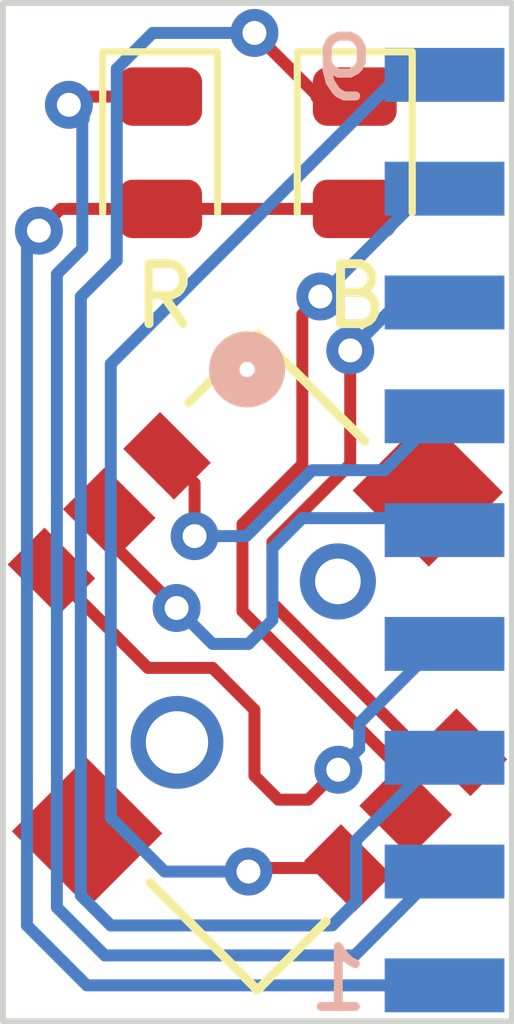
<source format=kicad_pcb>
(kicad_pcb (version 20240928)
	(generator "gerbview")
	(generator_version "9.0")

	(layers 
		(0 F.Cu signal)
		(2 B.Cu signal)
		(1 F.Mask user)
		(3 B.Mask user)
		(5 F.SilkS user)
		(7 B.SilkS user)
		(9 F.Adhes user)
		(11 B.Adhes user)
		(13 F.Paste user)
		(15 B.Paste user)
		(17 Dwgs.User user)
		(19 Cmts.User user)
		(21 Eco1.User user)
		(23 Eco2.User user)
		(25 Edge.Cuts user)
		(27 Margin user)
		(29 B.CrtYd user)
		(31 F.CrtYd user)
		(33 B.Fab user)
		(35 F.Fab user)
	)

	(gr_line
		(start 158.5 83) (end 150 83) (layer Edge.Cuts)
		(stroke (width 0.1) (type solid))
	)
	(gr_line
		(start 158.5 100) (end 158.5 83) (layer Edge.Cuts)
		(stroke (width 0.1) (type solid))
	)
	(gr_line
		(start 150 83) (end 150 100) (layer Edge.Cuts)
		(stroke (width 0.1) (type solid))
	)
	(gr_line
		(start 150 100) (end 158.5 100) (layer Edge.Cuts)
		(stroke (width 0.1) (type solid))
	)
	(gr_poly
		(pts
			 (xy 153.47084 90.67525) (xy 152.62366 89.82807) (xy 152.00826 90.44347)
			 (xy 152.85544 91.29065))
		(stroke (width 0) (type solid))
		(fill yes) (layer F.Paste)
	)
	(gr_poly
		(pts
			 (xy 152.54828 91.59782) (xy 151.7011 90.75064) (xy 151.00064 91.4511)
			 (xy 151.84782 92.29828))
		(stroke (width 0) (type solid))
		(fill yes) (layer F.Paste)
	)
	(gr_poly
		(pts
			 (xy 151.54065 92.60544) (xy 150.69347 91.75826) (xy 150.07807 92.37366)
			 (xy 150.92525 93.22084))
		(stroke (width 0) (type solid))
		(fill yes) (layer F.Paste)
	)
	(gr_poly
		(pts
			 (xy 158.42193 95.62635) (xy 157.5734 94.77782) (xy 156.95801 95.39321)
			 (xy 157.80654 96.24174))
		(stroke (width 0) (type solid))
		(fill yes) (layer F.Paste)
	)
	(gr_poly
		(pts
			 (xy 157.49937 96.54891) (xy 156.65219 95.70173) (xy 155.95173 96.40219)
			 (xy 156.79891 97.24937))
		(stroke (width 0) (type solid))
		(fill yes) (layer F.Paste)
	)
	(gr_poly
		(pts
			 (xy 156.49174 97.55653) (xy 155.64456 96.70935) (xy 155.02916 97.32475)
			 (xy 155.87634 98.17193))
		(stroke (width 0) (type solid))
		(fill yes) (layer F.Paste)
	)
	(gr_poly
		(pts
			 (xy 158.35122 91.17158) (xy 157.07842 89.89878) (xy 155.83978 91.13742)
			 (xy 157.11258 92.41022))
		(stroke (width 0) (type solid))
		(fill yes) (layer F.Paste)
	)
	(gr_poly
		(pts
			 (xy 152.66022 96.86258) (xy 151.38742 95.58978) (xy 150.14878 96.82842)
			 (xy 151.42158 98.10122))
		(stroke (width 0) (type solid))
		(fill yes) (layer F.Paste)
	)
	(gr_poly
		(pts
			 (xy 153.10514 85.04883) (xy 153.1288 85.04532) (xy 153.15201 85.0395)
			 (xy 153.17453 85.03145) (xy 153.19615 85.02122) (xy 153.21667 85.00892) (xy 153.23588 84.99467)
			 (xy 153.25361 84.97861) (xy 153.26967 84.96088) (xy 153.28392 84.94167) (xy 153.29622 84.92115)
			 (xy 153.30645 84.89953) (xy 153.3145 84.87701) (xy 153.32032 84.8538) (xy 153.32383 84.83014)
			 (xy 153.325 84.80625) (xy 153.325 84.31875) (xy 153.32383 84.29486) (xy 153.32032 84.2712)
			 (xy 153.3145 84.24799) (xy 153.30645 84.22547) (xy 153.29622 84.20385) (xy 153.28392 84.18333)
			 (xy 153.26967 84.16412) (xy 153.25361 84.14639) (xy 153.23588 84.13033) (xy 153.21667 84.11608)
			 (xy 153.19615 84.10378) (xy 153.17453 84.09355) (xy 153.15201 84.0855) (xy 153.1288 84.07968)
			 (xy 153.10514 84.07617) (xy 153.08125 84.075) (xy 152.16875 84.075) (xy 152.14486 84.07617)
			 (xy 152.1212 84.07968) (xy 152.09799 84.0855) (xy 152.07547 84.09355) (xy 152.05385 84.10378)
			 (xy 152.03333 84.11608) (xy 152.01412 84.13033) (xy 151.99639 84.14639) (xy 151.98033 84.16412)
			 (xy 151.96608 84.18333) (xy 151.95378 84.20385) (xy 151.94355 84.22547) (xy 151.9355 84.24799)
			 (xy 151.92968 84.2712) (xy 151.92617 84.29486) (xy 151.925 84.31875) (xy 151.925 84.80625)
			 (xy 151.92617 84.83014) (xy 151.92968 84.8538) (xy 151.9355 84.87701) (xy 151.94355 84.89953)
			 (xy 151.95378 84.92115) (xy 151.96608 84.94167) (xy 151.98033 84.96088) (xy 151.99639 84.97861)
			 (xy 152.01412 84.99467) (xy 152.03333 85.00892) (xy 152.05385 85.02122) (xy 152.07547 85.03145)
			 (xy 152.09799 85.0395) (xy 152.1212 85.04532) (xy 152.14486 85.04883) (xy 152.16875 85.05)
			 (xy 153.08125 85.05))
		(stroke (width 0) (type solid))
		(fill yes) (layer F.Paste)
	)
	(gr_poly
		(pts
			 (xy 153.10514 86.92383) (xy 153.1288 86.92032) (xy 153.15201 86.9145)
			 (xy 153.17453 86.90645) (xy 153.19615 86.89622) (xy 153.21667 86.88392) (xy 153.23588 86.86967)
			 (xy 153.25361 86.85361) (xy 153.26967 86.83588) (xy 153.28392 86.81667) (xy 153.29622 86.79615)
			 (xy 153.30645 86.77453) (xy 153.3145 86.75201) (xy 153.32032 86.7288) (xy 153.32383 86.70514)
			 (xy 153.325 86.68125) (xy 153.325 86.19375) (xy 153.32383 86.16986) (xy 153.32032 86.1462)
			 (xy 153.3145 86.12299) (xy 153.30645 86.10047) (xy 153.29622 86.07885) (xy 153.28392 86.05833)
			 (xy 153.26967 86.03912) (xy 153.25361 86.02139) (xy 153.23588 86.00533) (xy 153.21667 85.99108)
			 (xy 153.19615 85.97878) (xy 153.17453 85.96855) (xy 153.15201 85.9605) (xy 153.1288 85.95468)
			 (xy 153.10514 85.95117) (xy 153.08125 85.95) (xy 152.16875 85.95) (xy 152.14486 85.95117)
			 (xy 152.1212 85.95468) (xy 152.09799 85.9605) (xy 152.07547 85.96855) (xy 152.05385 85.97878)
			 (xy 152.03333 85.99108) (xy 152.01412 86.00533) (xy 151.99639 86.02139) (xy 151.98033 86.03912)
			 (xy 151.96608 86.05833) (xy 151.95378 86.07885) (xy 151.94355 86.10047) (xy 151.9355 86.12299)
			 (xy 151.92968 86.1462) (xy 151.92617 86.16986) (xy 151.925 86.19375) (xy 151.925 86.68125)
			 (xy 151.92617 86.70514) (xy 151.92968 86.7288) (xy 151.9355 86.75201) (xy 151.94355 86.77453)
			 (xy 151.95378 86.79615) (xy 151.96608 86.81667) (xy 151.98033 86.83588) (xy 151.99639 86.85361)
			 (xy 152.01412 86.86967) (xy 152.03333 86.88392) (xy 152.05385 86.89622) (xy 152.07547 86.90645)
			 (xy 152.09799 86.9145) (xy 152.1212 86.92032) (xy 152.14486 86.92383) (xy 152.16875 86.925)
			 (xy 153.08125 86.925))
		(stroke (width 0) (type solid))
		(fill yes) (layer F.Paste)
	)
	(gr_poly
		(pts
			 (xy 156.35514 85.04883) (xy 156.3788 85.04532) (xy 156.40201 85.0395)
			 (xy 156.42453 85.03145) (xy 156.44615 85.02122) (xy 156.46667 85.00892) (xy 156.48588 84.99467)
			 (xy 156.50361 84.97861) (xy 156.51967 84.96088) (xy 156.53392 84.94167) (xy 156.54622 84.92115)
			 (xy 156.55645 84.89953) (xy 156.5645 84.87701) (xy 156.57032 84.8538) (xy 156.57383 84.83014)
			 (xy 156.575 84.80625) (xy 156.575 84.31875) (xy 156.57383 84.29486) (xy 156.57032 84.2712)
			 (xy 156.5645 84.24799) (xy 156.55645 84.22547) (xy 156.54622 84.20385) (xy 156.53392 84.18333)
			 (xy 156.51967 84.16412) (xy 156.50361 84.14639) (xy 156.48588 84.13033) (xy 156.46667 84.11608)
			 (xy 156.44615 84.10378) (xy 156.42453 84.09355) (xy 156.40201 84.0855) (xy 156.3788 84.07968)
			 (xy 156.35514 84.07617) (xy 156.33125 84.075) (xy 155.41875 84.075) (xy 155.39486 84.07617)
			 (xy 155.3712 84.07968) (xy 155.34799 84.0855) (xy 155.32547 84.09355) (xy 155.30385 84.10378)
			 (xy 155.28333 84.11608) (xy 155.26412 84.13033) (xy 155.24639 84.14639) (xy 155.23033 84.16412)
			 (xy 155.21608 84.18333) (xy 155.20378 84.20385) (xy 155.19355 84.22547) (xy 155.1855 84.24799)
			 (xy 155.17968 84.2712) (xy 155.17617 84.29486) (xy 155.175 84.31875) (xy 155.175 84.80625)
			 (xy 155.17617 84.83014) (xy 155.17968 84.8538) (xy 155.1855 84.87701) (xy 155.19355 84.89953)
			 (xy 155.20378 84.92115) (xy 155.21608 84.94167) (xy 155.23033 84.96088) (xy 155.24639 84.97861)
			 (xy 155.26412 84.99467) (xy 155.28333 85.00892) (xy 155.30385 85.02122) (xy 155.32547 85.03145)
			 (xy 155.34799 85.0395) (xy 155.3712 85.04532) (xy 155.39486 85.04883) (xy 155.41875 85.05)
			 (xy 156.33125 85.05))
		(stroke (width 0) (type solid))
		(fill yes) (layer F.Paste)
	)
	(gr_poly
		(pts
			 (xy 156.35514 86.92383) (xy 156.3788 86.92032) (xy 156.40201 86.9145)
			 (xy 156.42453 86.90645) (xy 156.44615 86.89622) (xy 156.46667 86.88392) (xy 156.48588 86.86967)
			 (xy 156.50361 86.85361) (xy 156.51967 86.83588) (xy 156.53392 86.81667) (xy 156.54622 86.79615)
			 (xy 156.55645 86.77453) (xy 156.5645 86.75201) (xy 156.57032 86.7288) (xy 156.57383 86.70514)
			 (xy 156.575 86.68125) (xy 156.575 86.19375) (xy 156.57383 86.16986) (xy 156.57032 86.1462)
			 (xy 156.5645 86.12299) (xy 156.55645 86.10047) (xy 156.54622 86.07885) (xy 156.53392 86.05833)
			 (xy 156.51967 86.03912) (xy 156.50361 86.02139) (xy 156.48588 86.00533) (xy 156.46667 85.99108)
			 (xy 156.44615 85.97878) (xy 156.42453 85.96855) (xy 156.40201 85.9605) (xy 156.3788 85.95468)
			 (xy 156.35514 85.95117) (xy 156.33125 85.95) (xy 155.41875 85.95) (xy 155.39486 85.95117)
			 (xy 155.3712 85.95468) (xy 155.34799 85.9605) (xy 155.32547 85.96855) (xy 155.30385 85.97878)
			 (xy 155.28333 85.99108) (xy 155.26412 86.00533) (xy 155.24639 86.02139) (xy 155.23033 86.03912)
			 (xy 155.21608 86.05833) (xy 155.20378 86.07885) (xy 155.19355 86.10047) (xy 155.1855 86.12299)
			 (xy 155.17968 86.1462) (xy 155.17617 86.16986) (xy 155.175 86.19375) (xy 155.175 86.68125)
			 (xy 155.17617 86.70514) (xy 155.17968 86.7288) (xy 155.1855 86.75201) (xy 155.19355 86.77453)
			 (xy 155.20378 86.79615) (xy 155.21608 86.81667) (xy 155.23033 86.83588) (xy 155.24639 86.85361)
			 (xy 155.26412 86.86967) (xy 155.28333 86.88392) (xy 155.30385 86.89622) (xy 155.32547 86.90645)
			 (xy 155.34799 86.9145) (xy 155.3712 86.92032) (xy 155.39486 86.92383) (xy 155.41875 86.925)
			 (xy 156.33125 86.925))
		(stroke (width 0) (type solid))
		(fill yes) (layer F.Paste)
	)
	(gr_line
		(start 155.97143 87.82857) (end 156.11429 87.87619) (layer F.SilkS)
		(stroke (width 0.15) (type solid))
	)
	(gr_line
		(start 156.11429 87.87619) (end 156.1619 87.92381) (layer F.SilkS)
		(stroke (width 0.15) (type solid))
	)
	(gr_line
		(start 156.1619 87.92381) (end 156.20952 88.01905) (layer F.SilkS)
		(stroke (width 0.15) (type solid))
	)
	(gr_line
		(start 156.20952 88.01905) (end 156.20952 88.1619) (layer F.SilkS)
		(stroke (width 0.15) (type solid))
	)
	(gr_line
		(start 156.20952 88.1619) (end 156.1619 88.25714) (layer F.SilkS)
		(stroke (width 0.15) (type solid))
	)
	(gr_line
		(start 156.1619 88.25714) (end 156.11429 88.30476) (layer F.SilkS)
		(stroke (width 0.15) (type solid))
	)
	(gr_line
		(start 156.11429 88.30476) (end 156.01905 88.35238) (layer F.SilkS)
		(stroke (width 0.15) (type solid))
	)
	(gr_line
		(start 156.01905 88.35238) (end 155.6381 88.35238) (layer F.SilkS)
		(stroke (width 0.15) (type solid))
	)
	(gr_line
		(start 155.6381 88.35238) (end 155.6381 87.35238) (layer F.SilkS)
		(stroke (width 0.15) (type solid))
	)
	(gr_line
		(start 155.6381 87.35238) (end 155.97143 87.35238) (layer F.SilkS)
		(stroke (width 0.15) (type solid))
	)
	(gr_line
		(start 155.97143 87.35238) (end 156.06667 87.4) (layer F.SilkS)
		(stroke (width 0.15) (type solid))
	)
	(gr_line
		(start 156.06667 87.4) (end 156.11429 87.44762) (layer F.SilkS)
		(stroke (width 0.15) (type solid))
	)
	(gr_line
		(start 156.11429 87.44762) (end 156.1619 87.54286) (layer F.SilkS)
		(stroke (width 0.15) (type solid))
	)
	(gr_line
		(start 156.1619 87.54286) (end 156.1619 87.6381) (layer F.SilkS)
		(stroke (width 0.15) (type solid))
	)
	(gr_line
		(start 156.1619 87.6381) (end 156.11429 87.73333) (layer F.SilkS)
		(stroke (width 0.15) (type solid))
	)
	(gr_line
		(start 156.11429 87.73333) (end 156.06667 87.78095) (layer F.SilkS)
		(stroke (width 0.15) (type solid))
	)
	(gr_line
		(start 156.06667 87.78095) (end 155.97143 87.82857) (layer F.SilkS)
		(stroke (width 0.15) (type solid))
	)
	(gr_line
		(start 155.97143 87.82857) (end 155.6381 87.82857) (layer F.SilkS)
		(stroke (width 0.15) (type solid))
	)
	(gr_line
		(start 153.00952 88.35238) (end 152.67619 87.87619) (layer F.SilkS)
		(stroke (width 0.15) (type solid))
	)
	(gr_line
		(start 152.4381 88.35238) (end 152.4381 87.35238) (layer F.SilkS)
		(stroke (width 0.15) (type solid))
	)
	(gr_line
		(start 152.4381 87.35238) (end 152.81905 87.35238) (layer F.SilkS)
		(stroke (width 0.15) (type solid))
	)
	(gr_line
		(start 152.81905 87.35238) (end 152.91429 87.4) (layer F.SilkS)
		(stroke (width 0.15) (type solid))
	)
	(gr_line
		(start 152.91429 87.4) (end 152.9619 87.44762) (layer F.SilkS)
		(stroke (width 0.15) (type solid))
	)
	(gr_line
		(start 152.9619 87.44762) (end 153.00952 87.54286) (layer F.SilkS)
		(stroke (width 0.15) (type solid))
	)
	(gr_line
		(start 153.00952 87.54286) (end 153.00952 87.68571) (layer F.SilkS)
		(stroke (width 0.15) (type solid))
	)
	(gr_line
		(start 153.00952 87.68571) (end 152.9619 87.78095) (layer F.SilkS)
		(stroke (width 0.15) (type solid))
	)
	(gr_line
		(start 152.9619 87.78095) (end 152.91429 87.82857) (layer F.SilkS)
		(stroke (width 0.15) (type solid))
	)
	(gr_line
		(start 152.91429 87.82857) (end 152.81905 87.87619) (layer F.SilkS)
		(stroke (width 0.15) (type solid))
	)
	(gr_line
		(start 152.81905 87.87619) (end 152.4381 87.87619) (layer F.SilkS)
		(stroke (width 0.15) (type solid))
	)
	(gr_line
		(start 154.25 88.52204) (end 153.10416 89.66788) (layer F.SilkS)
		(stroke (width 0.1524) (type solid))
	)
	(gr_line
		(start 154.25 99.47796) (end 155.39584 98.33212) (layer F.SilkS)
		(stroke (width 0.1524) (type solid))
	)
	(gr_line
		(start 156.04426 90.3163) (end 154.25 88.52204) (layer F.SilkS)
		(stroke (width 0.1524) (type solid))
	)
	(gr_line
		(start 152.45575 97.6837) (end 154.25 99.47796) (layer F.SilkS)
		(stroke (width 0.1524) (type solid))
	)
	(gr_arc
		(start 154.10734 88.74158) (mid 153.81159 88.85226) (end 153.70091 89.14801) (layer F.SilkS)
		(stroke (width 0.508) (type solid))
	)
	(gr_line
		(start 151.665 83.815) (end 151.665 86.5) (layer F.SilkS)
		(stroke (width 0.12) (type solid))
	)
	(gr_line
		(start 153.585 86.5) (end 153.585 83.815) (layer F.SilkS)
		(stroke (width 0.12) (type solid))
	)
	(gr_line
		(start 153.585 83.815) (end 151.665 83.815) (layer F.SilkS)
		(stroke (width 0.12) (type solid))
	)
	(gr_line
		(start 156.835 83.815) (end 154.915 83.815) (layer F.SilkS)
		(stroke (width 0.12) (type solid))
	)
	(gr_line
		(start 156.835 86.5) (end 156.835 83.815) (layer F.SilkS)
		(stroke (width 0.12) (type solid))
	)
	(gr_line
		(start 154.915 83.815) (end 154.915 86.5) (layer F.SilkS)
		(stroke (width 0.12) (type solid))
	)
	(gr_poly
		(pts
			 (xy 153.47084 90.67525) (xy 152.62366 89.82807) (xy 152.00826 90.44347)
			 (xy 152.85544 91.29065))
		(stroke (width 0) (type solid))
		(fill yes) (layer F.Mask)
	)
	(gr_poly
		(pts
			 (xy 152.54828 91.59782) (xy 151.7011 90.75064) (xy 151.00064 91.4511)
			 (xy 151.84782 92.29828))
		(stroke (width 0) (type solid))
		(fill yes) (layer F.Mask)
	)
	(gr_poly
		(pts
			 (xy 151.54065 92.60544) (xy 150.69347 91.75826) (xy 150.07807 92.37366)
			 (xy 150.92525 93.22084))
		(stroke (width 0) (type solid))
		(fill yes) (layer F.Mask)
	)
	(gr_poly
		(pts
			 (xy 158.42193 95.62635) (xy 157.5734 94.77782) (xy 156.95801 95.39321)
			 (xy 157.80654 96.24174))
		(stroke (width 0) (type solid))
		(fill yes) (layer F.Mask)
	)
	(gr_poly
		(pts
			 (xy 157.49937 96.54891) (xy 156.65219 95.70173) (xy 155.95173 96.40219)
			 (xy 156.79891 97.24937))
		(stroke (width 0) (type solid))
		(fill yes) (layer F.Mask)
	)
	(gr_poly
		(pts
			 (xy 156.49174 97.55653) (xy 155.64456 96.70935) (xy 155.02916 97.32475)
			 (xy 155.87634 98.17193))
		(stroke (width 0) (type solid))
		(fill yes) (layer F.Mask)
	)
	(gr_poly
		(pts
			 (xy 158.35122 91.17158) (xy 157.07842 89.89878) (xy 155.83978 91.13742)
			 (xy 157.11258 92.41022))
		(stroke (width 0) (type solid))
		(fill yes) (layer F.Mask)
	)
	(gr_poly
		(pts
			 (xy 152.66022 96.86258) (xy 151.38742 95.58978) (xy 150.14878 96.82842)
			 (xy 151.42158 98.10122))
		(stroke (width 0) (type solid))
		(fill yes) (layer F.Mask)
	)
	(gr_circle
		(center 155.5935 92.6565) (end 156.2285 92.6565)
		(stroke (width 0) (type solid))
		(fill yes) (layer F.Mask)
	)
	(gr_circle
		(center 152.9065 95.3435) (end 153.6812 95.3435)
		(stroke (width 0) (type solid))
		(fill yes) (layer F.Mask)
	)
	(gr_poly
		(pts
			 (xy 153.10514 85.04883) (xy 153.1288 85.04532) (xy 153.15201 85.0395)
			 (xy 153.17453 85.03145) (xy 153.19615 85.02122) (xy 153.21667 85.00892) (xy 153.23588 84.99467)
			 (xy 153.25361 84.97861) (xy 153.26967 84.96088) (xy 153.28392 84.94167) (xy 153.29622 84.92115)
			 (xy 153.30645 84.89953) (xy 153.3145 84.87701) (xy 153.32032 84.8538) (xy 153.32383 84.83014)
			 (xy 153.325 84.80625) (xy 153.325 84.31875) (xy 153.32383 84.29486) (xy 153.32032 84.2712)
			 (xy 153.3145 84.24799) (xy 153.30645 84.22547) (xy 153.29622 84.20385) (xy 153.28392 84.18333)
			 (xy 153.26967 84.16412) (xy 153.25361 84.14639) (xy 153.23588 84.13033) (xy 153.21667 84.11608)
			 (xy 153.19615 84.10378) (xy 153.17453 84.09355) (xy 153.15201 84.0855) (xy 153.1288 84.07968)
			 (xy 153.10514 84.07617) (xy 153.08125 84.075) (xy 152.16875 84.075) (xy 152.14486 84.07617)
			 (xy 152.1212 84.07968) (xy 152.09799 84.0855) (xy 152.07547 84.09355) (xy 152.05385 84.10378)
			 (xy 152.03333 84.11608) (xy 152.01412 84.13033) (xy 151.99639 84.14639) (xy 151.98033 84.16412)
			 (xy 151.96608 84.18333) (xy 151.95378 84.20385) (xy 151.94355 84.22547) (xy 151.9355 84.24799)
			 (xy 151.92968 84.2712) (xy 151.92617 84.29486) (xy 151.925 84.31875) (xy 151.925 84.80625)
			 (xy 151.92617 84.83014) (xy 151.92968 84.8538) (xy 151.9355 84.87701) (xy 151.94355 84.89953)
			 (xy 151.95378 84.92115) (xy 151.96608 84.94167) (xy 151.98033 84.96088) (xy 151.99639 84.97861)
			 (xy 152.01412 84.99467) (xy 152.03333 85.00892) (xy 152.05385 85.02122) (xy 152.07547 85.03145)
			 (xy 152.09799 85.0395) (xy 152.1212 85.04532) (xy 152.14486 85.04883) (xy 152.16875 85.05)
			 (xy 153.08125 85.05))
		(stroke (width 0) (type solid))
		(fill yes) (layer F.Mask)
	)
	(gr_poly
		(pts
			 (xy 153.10514 86.92383) (xy 153.1288 86.92032) (xy 153.15201 86.9145)
			 (xy 153.17453 86.90645) (xy 153.19615 86.89622) (xy 153.21667 86.88392) (xy 153.23588 86.86967)
			 (xy 153.25361 86.85361) (xy 153.26967 86.83588) (xy 153.28392 86.81667) (xy 153.29622 86.79615)
			 (xy 153.30645 86.77453) (xy 153.3145 86.75201) (xy 153.32032 86.7288) (xy 153.32383 86.70514)
			 (xy 153.325 86.68125) (xy 153.325 86.19375) (xy 153.32383 86.16986) (xy 153.32032 86.1462)
			 (xy 153.3145 86.12299) (xy 153.30645 86.10047) (xy 153.29622 86.07885) (xy 153.28392 86.05833)
			 (xy 153.26967 86.03912) (xy 153.25361 86.02139) (xy 153.23588 86.00533) (xy 153.21667 85.99108)
			 (xy 153.19615 85.97878) (xy 153.17453 85.96855) (xy 153.15201 85.9605) (xy 153.1288 85.95468)
			 (xy 153.10514 85.95117) (xy 153.08125 85.95) (xy 152.16875 85.95) (xy 152.14486 85.95117)
			 (xy 152.1212 85.95468) (xy 152.09799 85.9605) (xy 152.07547 85.96855) (xy 152.05385 85.97878)
			 (xy 152.03333 85.99108) (xy 152.01412 86.00533) (xy 151.99639 86.02139) (xy 151.98033 86.03912)
			 (xy 151.96608 86.05833) (xy 151.95378 86.07885) (xy 151.94355 86.10047) (xy 151.9355 86.12299)
			 (xy 151.92968 86.1462) (xy 151.92617 86.16986) (xy 151.925 86.19375) (xy 151.925 86.68125)
			 (xy 151.92617 86.70514) (xy 151.92968 86.7288) (xy 151.9355 86.75201) (xy 151.94355 86.77453)
			 (xy 151.95378 86.79615) (xy 151.96608 86.81667) (xy 151.98033 86.83588) (xy 151.99639 86.85361)
			 (xy 152.01412 86.86967) (xy 152.03333 86.88392) (xy 152.05385 86.89622) (xy 152.07547 86.90645)
			 (xy 152.09799 86.9145) (xy 152.1212 86.92032) (xy 152.14486 86.92383) (xy 152.16875 86.925)
			 (xy 153.08125 86.925))
		(stroke (width 0) (type solid))
		(fill yes) (layer F.Mask)
	)
	(gr_poly
		(pts
			 (xy 156.35514 85.04883) (xy 156.3788 85.04532) (xy 156.40201 85.0395)
			 (xy 156.42453 85.03145) (xy 156.44615 85.02122) (xy 156.46667 85.00892) (xy 156.48588 84.99467)
			 (xy 156.50361 84.97861) (xy 156.51967 84.96088) (xy 156.53392 84.94167) (xy 156.54622 84.92115)
			 (xy 156.55645 84.89953) (xy 156.5645 84.87701) (xy 156.57032 84.8538) (xy 156.57383 84.83014)
			 (xy 156.575 84.80625) (xy 156.575 84.31875) (xy 156.57383 84.29486) (xy 156.57032 84.2712)
			 (xy 156.5645 84.24799) (xy 156.55645 84.22547) (xy 156.54622 84.20385) (xy 156.53392 84.18333)
			 (xy 156.51967 84.16412) (xy 156.50361 84.14639) (xy 156.48588 84.13033) (xy 156.46667 84.11608)
			 (xy 156.44615 84.10378) (xy 156.42453 84.09355) (xy 156.40201 84.0855) (xy 156.3788 84.07968)
			 (xy 156.35514 84.07617) (xy 156.33125 84.075) (xy 155.41875 84.075) (xy 155.39486 84.07617)
			 (xy 155.3712 84.07968) (xy 155.34799 84.0855) (xy 155.32547 84.09355) (xy 155.30385 84.10378)
			 (xy 155.28333 84.11608) (xy 155.26412 84.13033) (xy 155.24639 84.14639) (xy 155.23033 84.16412)
			 (xy 155.21608 84.18333) (xy 155.20378 84.20385) (xy 155.19355 84.22547) (xy 155.1855 84.24799)
			 (xy 155.17968 84.2712) (xy 155.17617 84.29486) (xy 155.175 84.31875) (xy 155.175 84.80625)
			 (xy 155.17617 84.83014) (xy 155.17968 84.8538) (xy 155.1855 84.87701) (xy 155.19355 84.89953)
			 (xy 155.20378 84.92115) (xy 155.21608 84.94167) (xy 155.23033 84.96088) (xy 155.24639 84.97861)
			 (xy 155.26412 84.99467) (xy 155.28333 85.00892) (xy 155.30385 85.02122) (xy 155.32547 85.03145)
			 (xy 155.34799 85.0395) (xy 155.3712 85.04532) (xy 155.39486 85.04883) (xy 155.41875 85.05)
			 (xy 156.33125 85.05))
		(stroke (width 0) (type solid))
		(fill yes) (layer F.Mask)
	)
	(gr_poly
		(pts
			 (xy 156.35514 86.92383) (xy 156.3788 86.92032) (xy 156.40201 86.9145)
			 (xy 156.42453 86.90645) (xy 156.44615 86.89622) (xy 156.46667 86.88392) (xy 156.48588 86.86967)
			 (xy 156.50361 86.85361) (xy 156.51967 86.83588) (xy 156.53392 86.81667) (xy 156.54622 86.79615)
			 (xy 156.55645 86.77453) (xy 156.5645 86.75201) (xy 156.57032 86.7288) (xy 156.57383 86.70514)
			 (xy 156.575 86.68125) (xy 156.575 86.19375) (xy 156.57383 86.16986) (xy 156.57032 86.1462)
			 (xy 156.5645 86.12299) (xy 156.55645 86.10047) (xy 156.54622 86.07885) (xy 156.53392 86.05833)
			 (xy 156.51967 86.03912) (xy 156.50361 86.02139) (xy 156.48588 86.00533) (xy 156.46667 85.99108)
			 (xy 156.44615 85.97878) (xy 156.42453 85.96855) (xy 156.40201 85.9605) (xy 156.3788 85.95468)
			 (xy 156.35514 85.95117) (xy 156.33125 85.95) (xy 155.41875 85.95) (xy 155.39486 85.95117)
			 (xy 155.3712 85.95468) (xy 155.34799 85.9605) (xy 155.32547 85.96855) (xy 155.30385 85.97878)
			 (xy 155.28333 85.99108) (xy 155.26412 86.00533) (xy 155.24639 86.02139) (xy 155.23033 86.03912)
			 (xy 155.21608 86.05833) (xy 155.20378 86.07885) (xy 155.19355 86.10047) (xy 155.1855 86.12299)
			 (xy 155.17968 86.1462) (xy 155.17617 86.16986) (xy 155.175 86.19375) (xy 155.175 86.68125)
			 (xy 155.17617 86.70514) (xy 155.17968 86.7288) (xy 155.1855 86.75201) (xy 155.19355 86.77453)
			 (xy 155.20378 86.79615) (xy 155.21608 86.81667) (xy 155.23033 86.83588) (xy 155.24639 86.85361)
			 (xy 155.26412 86.86967) (xy 155.28333 86.88392) (xy 155.30385 86.89622) (xy 155.32547 86.90645)
			 (xy 155.34799 86.9145) (xy 155.3712 86.92032) (xy 155.39486 86.92383) (xy 155.41875 86.925)
			 (xy 156.33125 86.925))
		(stroke (width 0) (type solid))
		(fill yes) (layer F.Mask)
	)
	(gr_circle
		(center 155.5935 92.6565) (end 156.2285 92.6565)
		(stroke (width 0) (type solid))
		(fill yes) (layer B.Mask)
	)
	(gr_circle
		(center 152.9065 95.3435) (end 153.6812 95.3435)
		(stroke (width 0) (type solid))
		(fill yes) (layer B.Mask)
	)
	(gr_poly
		(pts
			 (xy 158.375 99.85) (xy 156.375 99.85) (xy 156.375 98.95)
			 (xy 158.375 98.95))
		(stroke (width 0) (type solid))
		(fill yes) (layer B.Mask)
	)
	(gr_poly
		(pts
			 (xy 158.375 97.95) (xy 156.375 97.95) (xy 156.375 97.05)
			 (xy 158.375 97.05))
		(stroke (width 0) (type solid))
		(fill yes) (layer B.Mask)
	)
	(gr_poly
		(pts
			 (xy 158.375 96.05) (xy 156.375 96.05) (xy 156.375 95.15)
			 (xy 158.375 95.15))
		(stroke (width 0) (type solid))
		(fill yes) (layer B.Mask)
	)
	(gr_poly
		(pts
			 (xy 158.375 94.15) (xy 156.375 94.15) (xy 156.375 93.25)
			 (xy 158.375 93.25))
		(stroke (width 0) (type solid))
		(fill yes) (layer B.Mask)
	)
	(gr_poly
		(pts
			 (xy 158.375 92.25) (xy 156.375 92.25) (xy 156.375 91.35)
			 (xy 158.375 91.35))
		(stroke (width 0) (type solid))
		(fill yes) (layer B.Mask)
	)
	(gr_poly
		(pts
			 (xy 158.375 90.35) (xy 156.375 90.35) (xy 156.375 89.45)
			 (xy 158.375 89.45))
		(stroke (width 0) (type solid))
		(fill yes) (layer B.Mask)
	)
	(gr_poly
		(pts
			 (xy 158.375 88.45) (xy 156.375 88.45) (xy 156.375 87.55)
			 (xy 158.375 87.55))
		(stroke (width 0) (type solid))
		(fill yes) (layer B.Mask)
	)
	(gr_poly
		(pts
			 (xy 158.375 86.55) (xy 156.375 86.55) (xy 156.375 85.65)
			 (xy 158.375 85.65))
		(stroke (width 0) (type solid))
		(fill yes) (layer B.Mask)
	)
	(gr_poly
		(pts
			 (xy 158.375 84.65) (xy 156.375 84.65) (xy 156.375 83.75)
			 (xy 158.375 83.75))
		(stroke (width 0) (type solid))
		(fill yes) (layer B.Mask)
	)
	(gr_line
		(start 155.89048 84.55238) (end 155.7 84.55238) (layer B.SilkS)
		(stroke (width 0.15) (type solid))
	)
	(gr_line
		(start 155.7 84.55238) (end 155.60476 84.50476) (layer B.SilkS)
		(stroke (width 0.15) (type solid))
	)
	(gr_line
		(start 155.60476 84.50476) (end 155.55714 84.45714) (layer B.SilkS)
		(stroke (width 0.15) (type solid))
	)
	(gr_line
		(start 155.55714 84.45714) (end 155.4619 84.31429) (layer B.SilkS)
		(stroke (width 0.15) (type solid))
	)
	(gr_line
		(start 155.4619 84.31429) (end 155.41429 84.12381) (layer B.SilkS)
		(stroke (width 0.15) (type solid))
	)
	(gr_line
		(start 155.41429 84.12381) (end 155.41429 83.74286) (layer B.SilkS)
		(stroke (width 0.15) (type solid))
	)
	(gr_line
		(start 155.41429 83.74286) (end 155.4619 83.64762) (layer B.SilkS)
		(stroke (width 0.15) (type solid))
	)
	(gr_line
		(start 155.4619 83.64762) (end 155.50952 83.6) (layer B.SilkS)
		(stroke (width 0.15) (type solid))
	)
	(gr_line
		(start 155.50952 83.6) (end 155.60476 83.55238) (layer B.SilkS)
		(stroke (width 0.15) (type solid))
	)
	(gr_line
		(start 155.60476 83.55238) (end 155.79524 83.55238) (layer B.SilkS)
		(stroke (width 0.15) (type solid))
	)
	(gr_line
		(start 155.79524 83.55238) (end 155.89048 83.6) (layer B.SilkS)
		(stroke (width 0.15) (type solid))
	)
	(gr_line
		(start 155.89048 83.6) (end 155.9381 83.64762) (layer B.SilkS)
		(stroke (width 0.15) (type solid))
	)
	(gr_line
		(start 155.9381 83.64762) (end 155.98571 83.74286) (layer B.SilkS)
		(stroke (width 0.15) (type solid))
	)
	(gr_line
		(start 155.98571 83.74286) (end 155.98571 83.98095) (layer B.SilkS)
		(stroke (width 0.15) (type solid))
	)
	(gr_line
		(start 155.98571 83.98095) (end 155.9381 84.07619) (layer B.SilkS)
		(stroke (width 0.15) (type solid))
	)
	(gr_line
		(start 155.9381 84.07619) (end 155.89048 84.12381) (layer B.SilkS)
		(stroke (width 0.15) (type solid))
	)
	(gr_line
		(start 155.89048 84.12381) (end 155.79524 84.17143) (layer B.SilkS)
		(stroke (width 0.15) (type solid))
	)
	(gr_line
		(start 155.79524 84.17143) (end 155.60476 84.17143) (layer B.SilkS)
		(stroke (width 0.15) (type solid))
	)
	(gr_line
		(start 155.60476 84.17143) (end 155.50952 84.12381) (layer B.SilkS)
		(stroke (width 0.15) (type solid))
	)
	(gr_line
		(start 155.50952 84.12381) (end 155.4619 84.07619) (layer B.SilkS)
		(stroke (width 0.15) (type solid))
	)
	(gr_line
		(start 155.4619 84.07619) (end 155.41429 83.98095) (layer B.SilkS)
		(stroke (width 0.15) (type solid))
	)
	(gr_line
		(start 155.31429 99.75238) (end 155.88571 99.75238) (layer B.SilkS)
		(stroke (width 0.15) (type solid))
	)
	(gr_line
		(start 155.6 99.75238) (end 155.6 98.75238) (layer B.SilkS)
		(stroke (width 0.15) (type solid))
	)
	(gr_line
		(start 155.6 98.75238) (end 155.69524 98.89524) (layer B.SilkS)
		(stroke (width 0.15) (type solid))
	)
	(gr_line
		(start 155.69524 98.89524) (end 155.79048 98.99048) (layer B.SilkS)
		(stroke (width 0.15) (type solid))
	)
	(gr_line
		(start 155.79048 98.99048) (end 155.88571 99.0381) (layer B.SilkS)
		(stroke (width 0.15) (type solid))
	)
	(gr_circle
		(center 154.07676 89.11743) (end 154.45776 89.11743) (layer B.SilkS)
		(stroke (width 0.508) (type solid))
	)
	(gr_poly
		(pts
			 (xy 158.375 99.85) (xy 156.375 99.85) (xy 156.375 98.95)
			 (xy 158.375 98.95))
		(stroke (width 0) (type solid))
		(fill yes) (layer B.Paste)
	)
	(gr_poly
		(pts
			 (xy 158.375 97.95) (xy 156.375 97.95) (xy 156.375 97.05)
			 (xy 158.375 97.05))
		(stroke (width 0) (type solid))
		(fill yes) (layer B.Paste)
	)
	(gr_poly
		(pts
			 (xy 158.375 96.05) (xy 156.375 96.05) (xy 156.375 95.15)
			 (xy 158.375 95.15))
		(stroke (width 0) (type solid))
		(fill yes) (layer B.Paste)
	)
	(gr_poly
		(pts
			 (xy 158.375 94.15) (xy 156.375 94.15) (xy 156.375 93.25)
			 (xy 158.375 93.25))
		(stroke (width 0) (type solid))
		(fill yes) (layer B.Paste)
	)
	(gr_poly
		(pts
			 (xy 158.375 92.25) (xy 156.375 92.25) (xy 156.375 91.35)
			 (xy 158.375 91.35))
		(stroke (width 0) (type solid))
		(fill yes) (layer B.Paste)
	)
	(gr_poly
		(pts
			 (xy 158.375 90.35) (xy 156.375 90.35) (xy 156.375 89.45)
			 (xy 158.375 89.45))
		(stroke (width 0) (type solid))
		(fill yes) (layer B.Paste)
	)
	(gr_poly
		(pts
			 (xy 158.375 88.45) (xy 156.375 88.45) (xy 156.375 87.55)
			 (xy 158.375 87.55))
		(stroke (width 0) (type solid))
		(fill yes) (layer B.Paste)
	)
	(gr_poly
		(pts
			 (xy 158.375 86.55) (xy 156.375 86.55) (xy 156.375 85.65)
			 (xy 158.375 85.65))
		(stroke (width 0) (type solid))
		(fill yes) (layer B.Paste)
	)
	(gr_poly
		(pts
			 (xy 158.375 84.65) (xy 156.375 84.65) (xy 156.375 83.75)
			 (xy 158.375 83.75))
		(stroke (width 0) (type solid))
		(fill yes) (layer B.Paste)
	)
	(gr_poly
		(pts
			 (xy 153.47084 90.67525) (xy 152.62366 89.82807) (xy 152.00826 90.44347)
			 (xy 152.85544 91.29065))
		(stroke (width 0) (type solid))
		(fill yes) (layer F.Cu)
	)
	(gr_poly
		(pts
			 (xy 152.54828 91.59782) (xy 151.7011 90.75064) (xy 151.00064 91.4511)
			 (xy 151.84782 92.29828))
		(stroke (width 0) (type solid))
		(fill yes) (layer F.Cu)
	)
	(gr_poly
		(pts
			 (xy 151.54065 92.60544) (xy 150.69347 91.75826) (xy 150.07807 92.37366)
			 (xy 150.92525 93.22084))
		(stroke (width 0) (type solid))
		(fill yes) (layer F.Cu)
	)
	(gr_poly
		(pts
			 (xy 158.42193 95.62635) (xy 157.5734 94.77782) (xy 156.95801 95.39321)
			 (xy 157.80654 96.24174))
		(stroke (width 0) (type solid))
		(fill yes) (layer F.Cu)
	)
	(gr_poly
		(pts
			 (xy 157.49937 96.54891) (xy 156.65219 95.70173) (xy 155.95173 96.40219)
			 (xy 156.79891 97.24937))
		(stroke (width 0) (type solid))
		(fill yes) (layer F.Cu)
	)
	(gr_poly
		(pts
			 (xy 156.49174 97.55653) (xy 155.64456 96.70935) (xy 155.02916 97.32475)
			 (xy 155.87634 98.17193))
		(stroke (width 0) (type solid))
		(fill yes) (layer F.Cu)
	)
	(gr_poly
		(pts
			 (xy 158.35122 91.17158) (xy 157.07842 89.89878) (xy 155.83978 91.13742)
			 (xy 157.11258 92.41022))
		(stroke (width 0) (type solid))
		(fill yes) (layer F.Cu)
	)
	(gr_poly
		(pts
			 (xy 152.66022 96.86258) (xy 151.38742 95.58978) (xy 150.14878 96.82842)
			 (xy 151.42158 98.10122))
		(stroke (width 0) (type solid))
		(fill yes) (layer F.Cu)
	)
	(gr_circle
		(center 155.5935 92.6565) (end 156.2285 92.6565)
		(stroke (width 0) (type solid))
		(fill yes) (layer F.Cu)
	)
	(gr_circle
		(center 152.9065 95.3435) (end 153.6812 95.3435)
		(stroke (width 0) (type solid))
		(fill yes) (layer F.Cu)
	)
	(gr_poly
		(pts
			 (xy 153.10514 85.04883) (xy 153.1288 85.04532) (xy 153.15201 85.0395)
			 (xy 153.17453 85.03145) (xy 153.19615 85.02122) (xy 153.21667 85.00892) (xy 153.23588 84.99467)
			 (xy 153.25361 84.97861) (xy 153.26967 84.96088) (xy 153.28392 84.94167) (xy 153.29622 84.92115)
			 (xy 153.30645 84.89953) (xy 153.3145 84.87701) (xy 153.32032 84.8538) (xy 153.32383 84.83014)
			 (xy 153.325 84.80625) (xy 153.325 84.31875) (xy 153.32383 84.29486) (xy 153.32032 84.2712)
			 (xy 153.3145 84.24799) (xy 153.30645 84.22547) (xy 153.29622 84.20385) (xy 153.28392 84.18333)
			 (xy 153.26967 84.16412) (xy 153.25361 84.14639) (xy 153.23588 84.13033) (xy 153.21667 84.11608)
			 (xy 153.19615 84.10378) (xy 153.17453 84.09355) (xy 153.15201 84.0855) (xy 153.1288 84.07968)
			 (xy 153.10514 84.07617) (xy 153.08125 84.075) (xy 152.16875 84.075) (xy 152.14486 84.07617)
			 (xy 152.1212 84.07968) (xy 152.09799 84.0855) (xy 152.07547 84.09355) (xy 152.05385 84.10378)
			 (xy 152.03333 84.11608) (xy 152.01412 84.13033) (xy 151.99639 84.14639) (xy 151.98033 84.16412)
			 (xy 151.96608 84.18333) (xy 151.95378 84.20385) (xy 151.94355 84.22547) (xy 151.9355 84.24799)
			 (xy 151.92968 84.2712) (xy 151.92617 84.29486) (xy 151.925 84.31875) (xy 151.925 84.80625)
			 (xy 151.92617 84.83014) (xy 151.92968 84.8538) (xy 151.9355 84.87701) (xy 151.94355 84.89953)
			 (xy 151.95378 84.92115) (xy 151.96608 84.94167) (xy 151.98033 84.96088) (xy 151.99639 84.97861)
			 (xy 152.01412 84.99467) (xy 152.03333 85.00892) (xy 152.05385 85.02122) (xy 152.07547 85.03145)
			 (xy 152.09799 85.0395) (xy 152.1212 85.04532) (xy 152.14486 85.04883) (xy 152.16875 85.05)
			 (xy 153.08125 85.05))
		(stroke (width 0) (type solid))
		(fill yes) (layer F.Cu)
	)
	(gr_poly
		(pts
			 (xy 153.10514 86.92383) (xy 153.1288 86.92032) (xy 153.15201 86.9145)
			 (xy 153.17453 86.90645) (xy 153.19615 86.89622) (xy 153.21667 86.88392) (xy 153.23588 86.86967)
			 (xy 153.25361 86.85361) (xy 153.26967 86.83588) (xy 153.28392 86.81667) (xy 153.29622 86.79615)
			 (xy 153.30645 86.77453) (xy 153.3145 86.75201) (xy 153.32032 86.7288) (xy 153.32383 86.70514)
			 (xy 153.325 86.68125) (xy 153.325 86.19375) (xy 153.32383 86.16986) (xy 153.32032 86.1462)
			 (xy 153.3145 86.12299) (xy 153.30645 86.10047) (xy 153.29622 86.07885) (xy 153.28392 86.05833)
			 (xy 153.26967 86.03912) (xy 153.25361 86.02139) (xy 153.23588 86.00533) (xy 153.21667 85.99108)
			 (xy 153.19615 85.97878) (xy 153.17453 85.96855) (xy 153.15201 85.9605) (xy 153.1288 85.95468)
			 (xy 153.10514 85.95117) (xy 153.08125 85.95) (xy 152.16875 85.95) (xy 152.14486 85.95117)
			 (xy 152.1212 85.95468) (xy 152.09799 85.9605) (xy 152.07547 85.96855) (xy 152.05385 85.97878)
			 (xy 152.03333 85.99108) (xy 152.01412 86.00533) (xy 151.99639 86.02139) (xy 151.98033 86.03912)
			 (xy 151.96608 86.05833) (xy 151.95378 86.07885) (xy 151.94355 86.10047) (xy 151.9355 86.12299)
			 (xy 151.92968 86.1462) (xy 151.92617 86.16986) (xy 151.925 86.19375) (xy 151.925 86.68125)
			 (xy 151.92617 86.70514) (xy 151.92968 86.7288) (xy 151.9355 86.75201) (xy 151.94355 86.77453)
			 (xy 151.95378 86.79615) (xy 151.96608 86.81667) (xy 151.98033 86.83588) (xy 151.99639 86.85361)
			 (xy 152.01412 86.86967) (xy 152.03333 86.88392) (xy 152.05385 86.89622) (xy 152.07547 86.90645)
			 (xy 152.09799 86.9145) (xy 152.1212 86.92032) (xy 152.14486 86.92383) (xy 152.16875 86.925)
			 (xy 153.08125 86.925))
		(stroke (width 0) (type solid))
		(fill yes) (layer F.Cu)
	)
	(gr_poly
		(pts
			 (xy 156.35514 85.04883) (xy 156.3788 85.04532) (xy 156.40201 85.0395)
			 (xy 156.42453 85.03145) (xy 156.44615 85.02122) (xy 156.46667 85.00892) (xy 156.48588 84.99467)
			 (xy 156.50361 84.97861) (xy 156.51967 84.96088) (xy 156.53392 84.94167) (xy 156.54622 84.92115)
			 (xy 156.55645 84.89953) (xy 156.5645 84.87701) (xy 156.57032 84.8538) (xy 156.57383 84.83014)
			 (xy 156.575 84.80625) (xy 156.575 84.31875) (xy 156.57383 84.29486) (xy 156.57032 84.2712)
			 (xy 156.5645 84.24799) (xy 156.55645 84.22547) (xy 156.54622 84.20385) (xy 156.53392 84.18333)
			 (xy 156.51967 84.16412) (xy 156.50361 84.14639) (xy 156.48588 84.13033) (xy 156.46667 84.11608)
			 (xy 156.44615 84.10378) (xy 156.42453 84.09355) (xy 156.40201 84.0855) (xy 156.3788 84.07968)
			 (xy 156.35514 84.07617) (xy 156.33125 84.075) (xy 155.41875 84.075) (xy 155.39486 84.07617)
			 (xy 155.3712 84.07968) (xy 155.34799 84.0855) (xy 155.32547 84.09355) (xy 155.30385 84.10378)
			 (xy 155.28333 84.11608) (xy 155.26412 84.13033) (xy 155.24639 84.14639) (xy 155.23033 84.16412)
			 (xy 155.21608 84.18333) (xy 155.20378 84.20385) (xy 155.19355 84.22547) (xy 155.1855 84.24799)
			 (xy 155.17968 84.2712) (xy 155.17617 84.29486) (xy 155.175 84.31875) (xy 155.175 84.80625)
			 (xy 155.17617 84.83014) (xy 155.17968 84.8538) (xy 155.1855 84.87701) (xy 155.19355 84.89953)
			 (xy 155.20378 84.92115) (xy 155.21608 84.94167) (xy 155.23033 84.96088) (xy 155.24639 84.97861)
			 (xy 155.26412 84.99467) (xy 155.28333 85.00892) (xy 155.30385 85.02122) (xy 155.32547 85.03145)
			 (xy 155.34799 85.0395) (xy 155.3712 85.04532) (xy 155.39486 85.04883) (xy 155.41875 85.05)
			 (xy 156.33125 85.05))
		(stroke (width 0) (type solid))
		(fill yes) (layer F.Cu)
	)
	(gr_poly
		(pts
			 (xy 156.35514 86.92383) (xy 156.3788 86.92032) (xy 156.40201 86.9145)
			 (xy 156.42453 86.90645) (xy 156.44615 86.89622) (xy 156.46667 86.88392) (xy 156.48588 86.86967)
			 (xy 156.50361 86.85361) (xy 156.51967 86.83588) (xy 156.53392 86.81667) (xy 156.54622 86.79615)
			 (xy 156.55645 86.77453) (xy 156.5645 86.75201) (xy 156.57032 86.7288) (xy 156.57383 86.70514)
			 (xy 156.575 86.68125) (xy 156.575 86.19375) (xy 156.57383 86.16986) (xy 156.57032 86.1462)
			 (xy 156.5645 86.12299) (xy 156.55645 86.10047) (xy 156.54622 86.07885) (xy 156.53392 86.05833)
			 (xy 156.51967 86.03912) (xy 156.50361 86.02139) (xy 156.48588 86.00533) (xy 156.46667 85.99108)
			 (xy 156.44615 85.97878) (xy 156.42453 85.96855) (xy 156.40201 85.9605) (xy 156.3788 85.95468)
			 (xy 156.35514 85.95117) (xy 156.33125 85.95) (xy 155.41875 85.95) (xy 155.39486 85.95117)
			 (xy 155.3712 85.95468) (xy 155.34799 85.9605) (xy 155.32547 85.96855) (xy 155.30385 85.97878)
			 (xy 155.28333 85.99108) (xy 155.26412 86.00533) (xy 155.24639 86.02139) (xy 155.23033 86.03912)
			 (xy 155.21608 86.05833) (xy 155.20378 86.07885) (xy 155.19355 86.10047) (xy 155.1855 86.12299)
			 (xy 155.17968 86.1462) (xy 155.17617 86.16986) (xy 155.175 86.19375) (xy 155.175 86.68125)
			 (xy 155.17617 86.70514) (xy 155.17968 86.7288) (xy 155.1855 86.75201) (xy 155.19355 86.77453)
			 (xy 155.20378 86.79615) (xy 155.21608 86.81667) (xy 155.23033 86.83588) (xy 155.24639 86.85361)
			 (xy 155.26412 86.86967) (xy 155.28333 86.88392) (xy 155.30385 86.89622) (xy 155.32547 86.90645)
			 (xy 155.34799 86.9145) (xy 155.3712 86.92032) (xy 155.39486 86.92383) (xy 155.41875 86.925)
			 (xy 156.33125 86.925))
		(stroke (width 0) (type solid))
		(fill yes) (layer F.Cu)
	)
	(segment (start 154.2 83.5) (end 155.2625 84.5625) (width 0.2) (layer F.Cu) (net 0))
	(segment (start 155.2625 84.5625) (end 155.875 84.5625) (width 0.25) (layer F.Cu) (net 0))
	(segment (start 150.6 86.8) (end 150.9625 86.4375) (width 0.2) (layer F.Cu) (net 0))
	(segment (start 155.875 86.4375) (end 152.625 86.4375) (width 0.2) (layer F.Cu) (net 0))
	(segment (start 150.9625 86.4375) (end 152.625 86.4375) (width 0.2) (layer F.Cu) (net 0))
	(segment (start 151.2375 84.5625) (end 152.625 84.5625) (width 0.2) (layer F.Cu) (net 0))
	(segment (start 151.1 84.7) (end 151.2375 84.5625) (width 0.2) (layer F.Cu) (net 0))
	(segment (start 154.2 94.8) (end 153.5 94.1) (width 0.2) (layer F.Cu) (net 0))
	(segment (start 152.41981 94.1) (end 150.80936 92.48955) (width 0.2) (layer F.Cu) (net 0))
	(segment (start 154.6 96.3) (end 154.2 95.9) (width 0.2) (layer F.Cu) (net 0))
	(segment (start 155.1 96.3) (end 154.6 96.3) (width 0.2) (layer F.Cu) (net 0))
	(segment (start 155.6 95.8) (end 155.1 96.3) (width 0.2) (layer F.Cu) (net 0))
	(segment (start 154.2 95.9) (end 154.2 94.8) (width 0.2) (layer F.Cu) (net 0))
	(segment (start 153.5 94.1) (end 152.41981 94.1) (width 0.2) (layer F.Cu) (net 0))
	(segment (start 151.77446 91.97446) (end 151.77446 91.52446) (width 0.2) (layer F.Cu) (net 0))
	(segment (start 152.9 93.1) (end 151.77446 91.97446) (width 0.2) (layer F.Cu) (net 0))
	(segment (start 153.2 91.01981) (end 152.73955 90.55936) (width 0.2) (layer F.Cu) (net 0))
	(segment (start 153.2 91.9) (end 153.2 91.01981) (width 0.2) (layer F.Cu) (net 0))
	(segment (start 154.5 93.0176) (end 156.99218 95.50978) (width 0.2) (layer F.Cu) (net 0))
	(segment (start 155.8 88.8) (end 155.8 90.7) (width 0.2) (layer F.Cu) (net 0))
	(segment (start 156.99218 95.50978) (end 157.68997 95.50978) (width 0.2) (layer F.Cu) (net 0))
	(segment (start 154.5 92) (end 154.5 93.0176) (width 0.2) (layer F.Cu) (net 0))
	(segment (start 155.8 90.7) (end 154.5 92) (width 0.2) (layer F.Cu) (net 0))
	(segment (start 154 91.7) (end 154 93.154) (width 0.2) (layer F.Cu) (net 0))
	(segment (start 155.3 87.9) (end 155 88.2) (width 0.2) (layer F.Cu) (net 0))
	(segment (start 155 90.7) (end 154 91.7) (width 0.2) (layer F.Cu) (net 0))
	(segment (start 155 88.2) (end 155 90.7) (width 0.2) (layer F.Cu) (net 0))
	(segment (start 156.72555 95.87954) (end 156.72555 96.47555) (width 0.2) (layer F.Cu) (net 0))
	(segment (start 154 93.154) (end 156.72555 95.87954) (width 0.2) (layer F.Cu) (net 0))
	(segment (start 154.1 97.5) (end 154.15936 97.44064) (width 0.25) (layer F.Cu) (net 0))
	(segment (start 154.15936 97.44064) (end 155.76045 97.44064) (width 0.2) (layer F.Cu) (net 0))
	(gr_circle
		(center 155.5935 92.6565) (end 156.2285 92.6565)
		(stroke (width 0) (type solid))
		(fill yes) (layer B.Cu)
	)
	(gr_circle
		(center 152.9065 95.3435) (end 153.6812 95.3435)
		(stroke (width 0) (type solid))
		(fill yes) (layer B.Cu)
	)
	(gr_poly
		(pts
			 (xy 158.375 98.95) (xy 156.375 98.95) (xy 156.375 99.85)
			 (xy 158.375 99.85))
		(stroke (width 0) (type solid))
		(fill yes) (layer B.Cu)
	)
	(gr_poly
		(pts
			 (xy 158.375 97.05) (xy 156.375 97.05) (xy 156.375 97.95)
			 (xy 158.375 97.95))
		(stroke (width 0) (type solid))
		(fill yes) (layer B.Cu)
	)
	(gr_poly
		(pts
			 (xy 158.375 95.15) (xy 156.375 95.15) (xy 156.375 96.05)
			 (xy 158.375 96.05))
		(stroke (width 0) (type solid))
		(fill yes) (layer B.Cu)
	)
	(gr_poly
		(pts
			 (xy 158.375 93.25) (xy 156.375 93.25) (xy 156.375 94.15)
			 (xy 158.375 94.15))
		(stroke (width 0) (type solid))
		(fill yes) (layer B.Cu)
	)
	(gr_poly
		(pts
			 (xy 158.375 91.35) (xy 156.375 91.35) (xy 156.375 92.25)
			 (xy 158.375 92.25))
		(stroke (width 0) (type solid))
		(fill yes) (layer B.Cu)
	)
	(gr_poly
		(pts
			 (xy 158.375 89.45) (xy 156.375 89.45) (xy 156.375 90.35)
			 (xy 158.375 90.35))
		(stroke (width 0) (type solid))
		(fill yes) (layer B.Cu)
	)
	(gr_poly
		(pts
			 (xy 158.375 87.55) (xy 156.375 87.55) (xy 156.375 88.45)
			 (xy 158.375 88.45))
		(stroke (width 0) (type solid))
		(fill yes) (layer B.Cu)
	)
	(gr_poly
		(pts
			 (xy 158.375 85.65) (xy 156.375 85.65) (xy 156.375 86.55)
			 (xy 158.375 86.55))
		(stroke (width 0) (type solid))
		(fill yes) (layer B.Cu)
	)
	(gr_poly
		(pts
			 (xy 158.375 83.75) (xy 156.375 83.75) (xy 156.375 84.65)
			 (xy 158.375 84.65))
		(stroke (width 0) (type solid))
		(fill yes) (layer B.Cu)
	)
	(segment (start 155.5 98.4) (end 151.8 98.4) (width 0.2) (layer B.Cu) (net 0))
	(segment (start 155.9 98) (end 155.5 98.4) (width 0.2) (layer B.Cu) (net 0))
	(segment (start 151.3 87.9) (end 151.9 87.3) (width 0.2) (layer B.Cu) (net 0))
	(segment (start 151.9 87.3) (end 151.9 84.1) (width 0.2) (layer B.Cu) (net 0))
	(segment (start 151.3 97.9) (end 151.3 87.9) (width 0.2) (layer B.Cu) (net 0))
	(segment (start 155.9 96.975) (end 155.9 98) (width 0.2) (layer B.Cu) (net 0))
	(segment (start 152.5 83.5) (end 154.2 83.5) (width 0.2) (layer B.Cu) (net 0))
	(segment (start 151.8 98.4) (end 151.3 97.9) (width 0.2) (layer B.Cu) (net 0))
	(segment (start 157.275 95.6) (end 155.9 96.975) (width 0.2) (layer B.Cu) (net 0))
	(segment (start 151.9 84.1) (end 152.5 83.5) (width 0.2) (layer B.Cu) (net 0))
	(segment (start 150.4 87) (end 150.4 98.4) (width 0.2) (layer B.Cu) (net 0))
	(segment (start 151.4 99.4) (end 157.275 99.4) (width 0.2) (layer B.Cu) (net 0))
	(segment (start 150.4 98.4) (end 151.4 99.4) (width 0.2) (layer B.Cu) (net 0))
	(segment (start 150.6 86.8) (end 150.4 87) (width 0.25) (layer B.Cu) (net 0))
	(segment (start 151.325 84.925) (end 151.325 87.1) (width 0.2) (layer B.Cu) (net 0))
	(segment (start 151.7 98.9) (end 155.875 98.9) (width 0.2) (layer B.Cu) (net 0))
	(segment (start 151.1 84.7) (end 151.325 84.925) (width 0.25) (layer B.Cu) (net 0))
	(segment (start 150.9 87.525) (end 150.9 98.1) (width 0.2) (layer B.Cu) (net 0))
	(segment (start 155.875 98.9) (end 157.275 97.5) (width 0.2) (layer B.Cu) (net 0))
	(segment (start 150.9 98.1) (end 151.7 98.9) (width 0.2) (layer B.Cu) (net 0))
	(segment (start 151.325 87.1) (end 150.9 87.525) (width 0.2) (layer B.Cu) (net 0))
	(segment (start 155.95 95.025) (end 157.275 93.7) (width 0.2) (layer B.Cu) (net 0))
	(segment (start 155.95 95.45) (end 155.95 95.025) (width 0.2) (layer B.Cu) (net 0))
	(segment (start 155.6 95.8) (end 155.95 95.45) (width 0.2) (layer B.Cu) (net 0))
	(segment (start 152.9 93.1) (end 153.5 93.7) (width 0.2) (layer B.Cu) (net 0))
	(segment (start 154.5 92.1) (end 155 91.6) (width 0.2) (layer B.Cu) (net 0))
	(segment (start 155 91.6) (end 157.175 91.6) (width 0.2) (layer B.Cu) (net 0))
	(segment (start 153.5 93.7) (end 154.1 93.7) (width 0.2) (layer B.Cu) (net 0))
	(segment (start 154.5 93.3) (end 154.5 92.1) (width 0.2) (layer B.Cu) (net 0))
	(segment (start 154.1 93.7) (end 154.5 93.3) (width 0.2) (layer B.Cu) (net 0))
	(segment (start 155.1636 90.8) (end 154.0636 91.9) (width 0.2) (layer B.Cu) (net 0))
	(segment (start 157.275 89.9) (end 156.375 90.8) (width 0.2) (layer B.Cu) (net 0))
	(segment (start 156.375 90.8) (end 155.1636 90.8) (width 0.2) (layer B.Cu) (net 0))
	(segment (start 154.0636 91.9) (end 153.2 91.9) (width 0.2) (layer B.Cu) (net 0))
	(segment (start 155.8 88.8) (end 156.6 88) (width 0.2) (layer B.Cu) (net 0))
	(segment (start 156.6 88) (end 157.275 88) (width 0.2) (layer B.Cu) (net 0))
	(segment (start 155.3 87.9) (end 157.1 86.1) (width 0.2) (layer B.Cu) (net 0))
	(segment (start 157.1 86.1) (end 157.275 86.1) (width 0.2) (layer B.Cu) (net 0))
	(segment (start 151.8 89.025) (end 151.8 96.6) (width 0.2) (layer B.Cu) (net 0))
	(segment (start 156.625 84.2) (end 151.8 89.025) (width 0.2) (layer B.Cu) (net 0))
	(segment (start 152.7 97.5) (end 154.1 97.5) (width 0.2) (layer B.Cu) (net 0))
	(segment (start 151.8 96.6) (end 152.7 97.5) (width 0.2) (layer B.Cu) (net 0))
	(segment (start 157.275 84.2) (end 156.625 84.2) (width 0.2) (layer B.Cu) (net 0))
 (via (at 150.6 86.8) (size 0.8) (drill 0.4) (layers F.Cu B.Cu))
 (via (at 151.1 84.7) (size 0.8) (drill 0.4) (layers F.Cu B.Cu))
 (via (at 152.9 93.1) (size 0.8) (drill 0.4) (layers F.Cu B.Cu))
 (via (at 153.2 91.9) (size 0.8) (drill 0.4) (layers F.Cu B.Cu))
 (via (at 154.1 97.5) (size 0.8) (drill 0.4) (layers F.Cu B.Cu))
 (via (at 154.2 83.5) (size 0.8) (drill 0.4) (layers F.Cu B.Cu))
 (via (at 155.3 87.9) (size 0.8) (drill 0.4) (layers F.Cu B.Cu))
 (via (at 155.6 95.8) (size 0.8) (drill 0.4) (layers F.Cu B.Cu))
 (via (at 155.8 88.8) (size 0.8) (drill 0.4) (layers F.Cu B.Cu))
 (via (at 155.594 92.656) (size 0.76201) (drill 0.762) (layers F.Cu B.Cu))
 (via (at 152.906 95.344) (size 1.04101) (drill 1.041) (layers F.Cu B.Cu))
)

</source>
